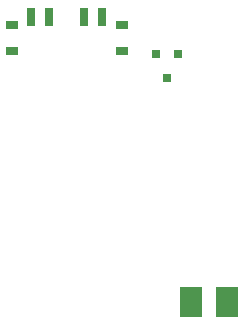
<source format=gtp>
%FSLAX46Y46*%
G04 Gerber Fmt 4.6, Leading zero omitted, Abs format (unit mm)*
G04 Created by KiCad (PCBNEW (2014-10-27 BZR 5228)-product) date 5/1/2015 7:00:26 PM*
%MOMM*%
G01*
G04 APERTURE LIST*
%ADD10C,0.100000*%
%ADD11R,1.950720X2.499360*%
%ADD12R,0.800100X0.800100*%
%ADD13R,0.700000X1.500000*%
%ADD14R,1.000000X0.800000*%
G04 APERTURE END LIST*
D10*
D11*
X29591000Y-25527000D03*
X26543000Y-25527000D03*
D12*
X25461000Y-4587240D03*
X23561000Y-4587240D03*
X24511000Y-6586220D03*
D13*
X19002000Y-1425000D03*
X17502000Y-1425000D03*
X13002000Y-1425000D03*
D14*
X20652000Y-4275000D03*
X20652000Y-2075000D03*
X11352000Y-2075000D03*
X11352000Y-4275000D03*
D13*
X14502000Y-1425000D03*
M02*

</source>
